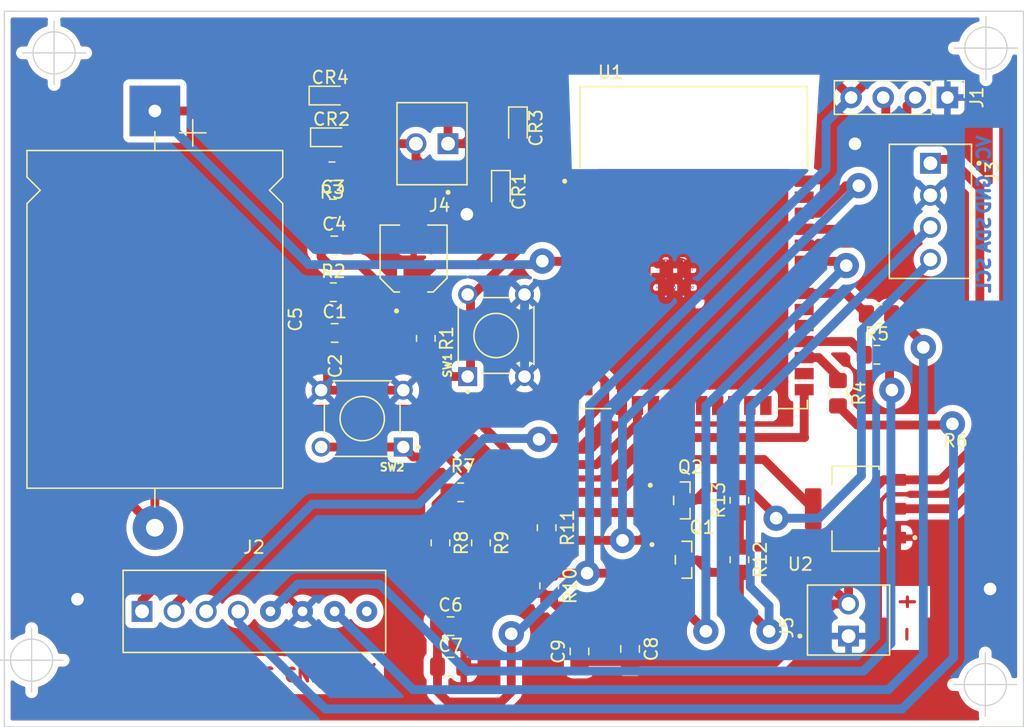
<source format=kicad_pcb>
(kicad_pcb (version 20211014) (generator pcbnew)
  (layers (0 "F.Cu" signal) (31 "B.Cu" signal) (34 "B.Paste" user) (35 "F.Paste" user) (36 "B.SilkS" user "B.Silkscreen") (37 "F.SilkS" user "F.Silkscreen") (38 "B.Mask" user) (39 "F.Mask" user) (44 "Edge.Cuts" user))
  (net 0 "")
  (net 1 "GND")
  (net 2 "Net-(C1-Pad2)")
  (net 3 "Net-(C5-Pad1)")
  (net 4 "Net-(C5-Pad2)")
  (net 5 "Net-(CR1-Pad1)")
  (net 6 "Net-(CR3-Pad1)")
  (net 7 "Net-(J1-Pad2)")
  (net 8 "Net-(J1-Pad3)")
  (net 9 "Net-(J2-Pad1)")
  (net 10 "Net-(J2-Pad2)")
  (net 11 "Net-(J2-Pad3)")
  (net 12 "Net-(J2-Pad4)")
  (net 13 "Net-(J2-Pad5)")
  (net 14 "Net-(J2-Pad7)")
  (net 16 "Net-(J3-Pad3)")
  (net 17 "Net-(J3-Pad4)")
  (net 18 "Net-(Q1-Pad2)")
  (net 40 "+3V3")
  (net 41 "Net-(R7-Pad2)")
  (net 42 "Net-(R4-Pad1)")
  (net 43 "Net-(R5-Pad1)")
  (net 44 "Net-(R6-Pad1)")
  (net 45 "Net-(Q2-Pad2)")
  (net 46 "+5V")
  (footprint "Diode_SMD:D_0603_1608Metric_Pad1.05x0.95mm_HandSolder" (layer "F.Cu") (at 159.6898 43.4086 -90)
    (fp_text reference "CR1")
    (fp_text value "1N4148W-TP")
  )
  (footprint "2N7002:SOT95P240X111-3N" (layer "F.Cu") (at 174.0094 67.8688)
    (fp_text reference "Q2")
    (fp_text value "2N7002")
  )
  (footprint "libraries:TE_1546215-4" (layer "F.Cu") (at 193.675 44.9834 -90)
    (fp_text reference "J3")
    (fp_text value "282837-4")
  )
  (footprint "Resistor_SMD:R_0805_2012Metric_Pad1.20x1.40mm_HandSolder" (layer "F.Cu") (at 154.909 71.2308 -90)
    (fp_text reference "R8")
    (fp_text value "10k")
  )
  (footprint "Resistor_SMD:R_0805_2012Metric_Pad1.20x1.40mm_HandSolder" (layer "F.Cu") (at 158.109 71.2308 -90)
    (fp_text reference "R9")
    (fp_text value "10k")
  )
  (footprint "libraries:SOT229P700X180-4N" (layer "F.Cu") (at 187.7476 68.5292 180)
    (fp_text reference "U2")
    (fp_text value "AMS1117")
  )
  (footprint "Resistor_SMD:R_0805_2012Metric_Pad1.20x1.40mm_HandSolder" (layer "F.Cu") (at 189.611 53.1114)
    (fp_text reference "R6")
    (fp_text value "82")
  )
  (footprint "Capacitor_SMD:C_0805_2012Metric_Pad1.18x1.45mm_HandSolder" (layer "F.Cu") (at 165.909 79.8308 90)
    (fp_text reference "C9")
    (fp_text value "4.7u")
  )
  (footprint "libraries:CAP_EEE0JA101WR" (layer "F.Cu") (at 152.781 48.7172 90)
    (fp_text reference "C2")
    (fp_text value "220u")
  )
  (footprint "Capacitor_THT:CP_Axial_L26.5mm_D20.0mm_P33.00mm_Horizontal" (layer "F.Cu") (at 132.3086 37.0332 -90)
    (fp_text reference "C5")
    (fp_text value "1000µ")
  )
  (footprint "libraries:TE_1546215-2" (layer "F.Cu") (at 154.2385 39.624 180)
    (fp_text reference "J4")
    (fp_text value "282841-2")
  )
  (footprint "Resistor_SMD:R_0805_2012Metric_Pad1.20x1.40mm_HandSolder" (layer "F.Cu") (at 178.562 72.5678 -90)
    (fp_text reference "R12")
    (fp_text value "10k")
  )
  (footprint "Diode_SMD:D_0603_1608Metric_Pad1.05x0.95mm_HandSolder" (layer "F.Cu") (at 146.177 35.814)
    (fp_text reference "CR4")
    (fp_text value "1N4148W-TP")
  )
  (footprint "Capacitor_SMD:C_0805_2012Metric_Pad1.18x1.45mm_HandSolder" (layer "F.Cu") (at 146.4056 44.7548)
    (fp_text reference "C3")
    (fp_text value "22u")
  )
  (footprint "libraries:TE_1546215-2" (layer "F.Cu") (at 187.198 77.343 90)
    (fp_text reference "J5")
    (fp_text value "282841-2")
  )
  (footprint "Capacitor_SMD:C_0805_2012Metric_Pad1.18x1.45mm_HandSolder" (layer "F.Cu") (at 146.5365 54.61)
    (fp_text reference "C1")
    (fp_text value "1u")
  )
  (footprint "Capacitor_SMD:C_0805_2012Metric_Pad1.18x1.45mm_HandSolder" (layer "F.Cu") (at 155.709 81.0308)
    (fp_text reference "C7")
    (fp_text value "4.7u")
  )
  (footprint "Resistor_SMD:R_0805_2012Metric_Pad1.20x1.40mm_HandSolder" (layer "F.Cu") (at 163.509 74.6308 -90)
    (fp_text reference "R10")
    (fp_text value "10k")
  )
  (footprint "Capacitor_SMD:C_0805_2012Metric_Pad1.18x1.45mm_HandSolder" (layer "F.Cu") (at 169.909 79.6308 -90)
    (fp_text reference "C8")
    (fp_text value "0.1u")
  )
  (footprint "Resistor_SMD:R_0805_2012Metric_Pad1.20x1.40mm_HandSolder" (layer "F.Cu") (at 153.7462 55.0418 -90)
    (fp_text reference "R1")
    (fp_text value "10k")
  )
  (footprint "Resistor_SMD:R_0805_2012Metric_Pad1.20x1.40mm_HandSolder" (layer "F.Cu") (at 156.509 67.2308)
    (fp_text reference "R7")
    (fp_text value "10k")
  )
  (footprint "2N7002:SOT95P240X111-3N" (layer "F.Cu") (at 174.1424 72.5678)
    (fp_text reference "Q1")
    (fp_text value "2N7002")
  )
  (footprint "Capacitor_SMD:C_0805_2012Metric_Pad1.18x1.45mm_HandSolder" (layer "F.Cu") (at 146.5072 47.6758)
    (fp_text reference "C4")
    (fp_text value "0.1u")
  )
  (footprint "Resistor_SMD:R_0805_2012Metric_Pad1.20x1.40mm_HandSolder" (layer "F.Cu") (at 189.4426 56.3372)
    (fp_text reference "R5")
    (fp_text value "82")
  )
  (footprint "Resistor_SMD:R_0805_2012Metric_Pad1.20x1.40mm_HandSolder" (layer "F.Cu") (at 146.32 41.8084 180)
    (fp_text reference "R3")
    (fp_text value "120")
  )
  (footprint "Diode_SMD:D_0603_1608Metric_Pad1.05x0.95mm_HandSolder" (layer "F.Cu") (at 161.036 38.3794 -90)
    (fp_text reference "CR3")
    (fp_text value "1N4148W-TP")
  )
  (footprint "libraries:SW_1825910-6-4" (layer "F.Cu") (at 148.717 61.3918 180)
    (fp_text reference "SW2")
    (fp_text value "BOOT")
  )
  (footprint "Resistor_SMD:R_0805_2012Metric_Pad1.20x1.40mm_HandSolder" (layer "F.Cu") (at 178.562 67.8594 90)
    (fp_text reference "R13")
    (fp_text value "10k")
  )
  (footprint "libraries:XCVR_ESP32-WROOM-32E_(16MB)" (layer "F.Cu") (at 174.9375 47.85125)
    (fp_text reference "U1")
    (fp_text value "ESP32-WROOM-32E_(16MB)")
  )
  (footprint "Resistor_SMD:R_0805_2012Metric_Pad1.20x1.40mm_HandSolder" (layer "F.Cu") (at 186.3598 59.3852 -90)
    (fp_text reference "R4")
    (fp_text value "82")
  )
  (footprint "Resistor_SMD:R_0805_2012Metric_Pad1.20x1.40mm_HandSolder" (layer "F.Cu") (at 146.431 51.3842)
    (fp_text reference "R2")
    (fp_text value "560")
  )
  (footprint "Diode_SMD:D_0603_1608Metric_Pad1.05x0.95mm_HandSolder" (layer "F.Cu") (at 146.29 39.116)
    (fp_text reference "CR2")
    (fp_text value "1N4148W-TP")
  )
  (footprint "Capacitor_SMD:C_0805_2012Metric_Pad1.18x1.45mm_HandSolder" (layer "F.Cu") (at 155.709 77.8308)
    (fp_text reference "C6")
    (fp_text value "0.1u")
  )
  (footprint "libraries:TE_1546215-8" (layer "F.Cu") (at 140.1572 76.6572)
    (fp_text reference "J2")
    (fp_text value "R pinnen RGB strips")
  )
  (footprint "Connector_PinHeader_2.54mm:PinHeader_1x04_P2.54mm_Vertical" (layer "F.Cu") (at 195.0212 35.9664 -90)
    (fp_text reference "J1")
    (fp_text value "Conn_01x04_Female")
  )
  (footprint "libraries:SW_1825910-6-4" (layer "F.Cu") (at 159.3088 54.8132 90)
    (fp_text reference "SW1")
    (fp_text value "ENABLE")
  )
  (footprint "Resistor_SMD:R_0805_2012Metric_Pad1.20x1.40mm_HandSolder" (layer "F.Cu") (at 163.309 70.0308 -90)
    (fp_text reference "R11")
    (fp_text value "10k")
  )
  (gr_rect (start 120.396 29.1338) (end 201.041 85.8012) (layer "Edge.Cuts") (width 0.1) (fill none))
  (gr_text "dynamo" (at 154.051 33.4518) (layer "F.Cu") (effects (font (size 1 1) (thickness 0.25))))
  (gr_text "GND\n" (at 144.0942 81.7118) (layer "F.Cu") (effects (font (size 1 1) (thickness 0.25))))
  (gr_text "B" (at 138.938 81.6864) (layer "F.Cu") (effects (font (size 1 1) (thickness 0.25))))
  (gr_text "Bicycle\n" (at 129.7178 82.7786) (layer "F.Cu") (effects (font (size 1.5 1.5) (thickness 0.3))))
  (gr_text "R" (at 146.8628 81.6102) (layer "F.Cu") (effects (font (size 1 1) (thickness 0.25))))
  (gr_text "+\n\n" (at 126.0602 37.9476 90) (layer "F.Cu") (effects (font (size 1.5 1.5) (thickness 0.3))))
  (gr_text "G" (at 141.3002 81.6864) (layer "F.Cu") (effects (font (size 1 1) (thickness 0.25))))
  (gr_text "-\n" (at 125.7554 69.215 90) (layer "F.Cu") (effects (font (size 1.5 1.5) (thickness 0.3))))
  (gr_text "X" (at 149.3266 81.407) (layer "F.Cu") (effects (font (size 1 1) (thickness 0.25)) (justify mirror)))
  (gr_text "-\n" (at 191.7446 78.4606 90) (layer "F.Cu") (effects (font (size 1 1) (thickness 0.25))))
  (gr_text "+" (at 191.7446 75.8952 90) (layer "F.Cu") (effects (font (size 1.5 1) (thickness 0.25))))
  (gr_text "GND" (at 197.909 43.6308 90) (layer "B.Cu") (effects (font (size 1 1) (thickness 0.25)) (justify mirror)))
  (gr_text "VCC" (at 197.909 40.4308 90) (layer "B.Cu") (effects (font (size 1 1) (thickness 0.25)) (justify mirror)))
  (gr_text "SCL\n" (at 197.909 50.0308 90) (layer "B.Cu") (effects (font (size 1 1) (thickness 0.25)) (justify mirror)))
  (gr_text "SDA" (at 197.909 46.8308 90) (layer "B.Cu") (effects (font (size 1 1) (thickness 0.25)) (justify mirror)))
  (target plus (at 198.0692 32.0548) (size 5) (width 0.1) (layer "Edge.Cuts"))
  (target plus (at 124.333 32.4358) (size 5) (width 0.1) (layer "Edge.Cuts"))
  (target plus (at 122.555 80.518) (size 5) (width 0.1) (layer "Edge.Cuts"))
  (target plus (at 198.0184 82.4484) (size 5) (width 0.1) (layer "Edge.Cuts"))
  (segment (start 173.480261 48.261739) (end 172.468463 48.261739) (width 0.7) (layer "F.Cu") (net 1))
  (segment (start 171.387989 51.280287) (end 171.387989 50.742213) (width 0.7) (layer "F.Cu") (net 1))
  (segment (start 172.847 52.451) (end 172.847 50.927) (width 0.7) (layer "F.Cu") (net 1))
  (segment (start 171.387989 50.742213) (end 171.186979 50.541203) (width 0.7) (layer "F.Cu") (net 1))
  (segment (start 174.8375 51.71125) (end 174.8375 52.000509) (width 0.7) (layer "F.Cu") (net 1))
  (segment (start 174.387009 52.451) (end 173.887991 52.451) (width 0.7) (layer "F.Cu") (net 1))
  (segment (start 171.387989 50.8) (end 171.387989 50.742213) (width 0.7) (layer "F.Cu") (net 1))
  (segment (start 172.0375 47.292702) (end 167.336048 42.59125) (width 0.7) (layer "F.Cu") (net 1))
  (segment (start 171.186979 50.541203) (end 171.186979 49.258952) (width 0.7) (layer "F.Cu") (net 1))
  (segment (start 174.787011 48.895) (end 174.787012 48.895) (width 0.7) (layer "F.Cu") (net 1))
  (segment (start 173.4375 48.692702) (end 173.4375 48.760729) (width 0.7) (layer "F.Cu") (net 1))
  (segment (start 174.371 50.8) (end 174.371 49.276) (width 0.7) (layer "F.Cu") (net 1))
  (segment (start 169.2225 60.35125) (end 169.2225 54.52625) (width 0.7) (layer "F.Cu") (net 1))
  (segment (start 175.537011 51.300998) (end 175.126759 51.71125) (width 0.7) (layer "F.Cu") (net 1))
  (segment (start 175.487011 49.880287) (end 175.056048 50.31125) (width 0.7) (layer "F.Cu") (net 1))
  (segment (start 171.186979 49.258952) (end 171.685202 48.760729) (width 0.7) (layer "F.Cu") (net 1))
  (segment (start 175.537011 50.721502) (end 175.537011 51.300998) (width 0.7) (layer "F.Cu") (net 1))
  (segment (start 172.974 52.324) (end 172.974 50.8) (width 0.7) (layer "F.Cu") (net 1))
  (segment (start 172.468463 48.261739) (end 172.0375 48.692702) (width 0.7) (layer "F.Cu") (net 1))
  (segment (start 172.0375 48.692702) (end 172.0375 47.292702) (width 0.7) (layer "F.Cu") (net 1))
  (segment (start 172.0375 52.2765) (end 172.0375 51.71125) (width 0.7) (layer "F.Cu") (net 1))
  (segment (start 174.371 52.197) (end 174.371 50.673) (width 0.7) (layer "F.Cu") (net 1))
  (segment (start 174.8375 48.91125) (end 174.8375 48.692702) (width 0.7) (layer "F.Cu") (net 1))
  (segment (start 173.482 49.149) (end 175.006 49.149) (width 0.7) (layer "F.Cu") (net 1))
  (segment (start 171.676817 50.453385) (end 171.387989 50.8) (width 0.7) (layer "F.Cu") (net 1))
  (segment (start 171.818952 51.71125) (end 171.387989 51.280287) (width 0.7) (layer "F.Cu") (net 1))
  (segment (start 172.0375 51.71125) (end 171.818952 51.71125) (width 0.7) (layer "F.Cu") (net 1))
  (segment (start 169.8715 78.6308) (end 166.0715 78.6308) (width 0.7) (layer "F.Cu") (net 1))
  (segment (start 169.2225 54.52625) (end 172.0375 51.71125) (width 0.7) (layer "F.Cu") (net 1))
  (segment (start 172.085 49.149) (end 173.609 49.149) (width 0.7) (layer "F.Cu") (net 1))
  (segment (start 145.975 55.086) (end 145.499 54.61) (width 0.7) (layer "F.Cu") (net 1))
  (segment (start 172.171761 52.410761) (end 172.0375 52.2765) (width 0.7) (layer "F.Cu") (net 1))
  (segment (start 175.341006 48.341006) (end 181.090761 42.59125) (width 0.7) (layer "F.Cu") (net 1))
  (segment (start 174.787012 48.895) (end 175.341006 48.341006) (width 0.7) (layer "F.Cu") (net 1))
  (segment (start 145.467 59.1418) (end 151.967 59.1418) (width 0.7) (layer "F.Cu") (net 1))
  (segment (start 145.467 59.1418) (end 145.975 58.6338) (width 0.7) (layer "F.Cu") (net 1))
  (segment (start 166.0715 78.6308) (end 165.909 78.7933) (width 0.7) (layer "F.Cu") (net 1))
  (segment (start 174.406537 48.261739) (end 173.480261 48.261739) (width 0.7) (layer "F.Cu") (net 1))
  (segment (start 172.466 52.324) (end 172.466 50.8) (width 0.7) (layer "F.Cu") (net 1))
  (segment (start 175.126759 50.31125) (end 175.537011 50.721502) (width 0.7) (layer "F.Cu") (net 1))
  (segment (start 145.975 58.6338) (end 145.975 55.086) (width 0.7) (layer "F.Cu") (net 1))
  (segment (start 175.126759 51.71125) (end 174.8375 51.71125) (width 0.7) (layer "F.Cu") (net 1))
  (segment (start 173.101 50.8) (end 173.101 52.324) (width 0.7) (layer "F.Cu") (net 1))
  (segment (start 174.8375 48.692702) (end 174.406537 48.261739) (width 0.7) (layer "F.Cu") (net 1))
  (segment (start 173.243399 48.498601) (end 173.4375 48.692702) (width 0.7) (layer "F.Cu") (net 1))
  (segment (start 147.32 47.0795) (end 147.5447 47.3042) (width 0.7) (layer "F.Cu") (net 1))
  (segment (start 173.027248 52.410761) (end 172.171761 52.410761) (width 0.7) (layer "F.Cu") (net 1))
  (segment (start 173.99 52.197) (end 173.99 50.673) (width 0.7) (layer "F.Cu") (net 1))
  (segment (start 173.4375 52.000509) (end 173.027248 52.410761) (width 0.7) (layer "F.Cu") (net 1))
  (segment (start 175.341006 48.341006) (end 175.487011 48.487011) (width 0.7) (layer "F.Cu") (net 1))
  (segment (start 173.480261 48.261739) (end 173.243399 48.498601) (width 0.7) (layer "F.Cu") (net 1))
  (segment (start 175.056048 50.31125) (end 174.8375 50.31125) (width 0.7) (layer "F.Cu") (net 1))
  (segment (start 169.909 78.5933) (end 169.8715 78.6308) (width 0.7) (layer "F.Cu") (net 1))
  (segment (start 173.99 50.546) (end 173.99 49.022) (width 0.7) (layer "F.Cu") (net 1))
  (segment (start 173.887991 52.451) (end 173.4375 52.000509) (width 0.7) (layer "F.Cu") (net 1))
  (segment (start 172.974 50.927) (end 172.974 49.403) (width 0.7) (layer "F.Cu") (net 1))
  (segment (start 174.8375 50.31125) (end 175.126759 50.31125) (width 0.7) (layer "F.Cu") (net 1))
  (segment (start 174.8375 52.000509) (end 174.387009 52.451) (width 0.7) (layer "F.Cu") (net 1))
  (segment (start 171.387989 50.742213) (end 171.676817 50.453385) (width 0.7) (layer "F.Cu") (net 1))
  (segment (start 173.4375 51.71125) (end 173.4375 52.000509) (width 0.7) (layer "F.Cu") (net 1))
  (segment (start 147.5447 47.3042) (end 147.5447 47.6758) (width 0.7) (layer "F.Cu") (net 1))
  (segment (start 181.090761 42.59125) (end 183.6875 42.59125) (width 0.7) (layer "F.Cu") (net 1))
  (segment (start 175.487011 48.487011) (end 175.487011 49.880287) (width 0.7) (layer "F.Cu") (net 1))
  (segment (start 167.336048 42.59125) (end 166.1875 42.59125) (width 0.7) (layer "F.Cu") (net 1))
  (segment (start 172.593 50.927) (end 172.593 49.403) (width 0.7) (layer "F.Cu") (net 1))
  (via (at 198.3994 74.8792) (size 2) (drill 1) (layers "F.Cu" "B.Cu") (net 1))
  (via (at 156.9974 45.212) (size 2) (drill 1) (layers "F.Cu" "B.Cu") (net 1))
  (via (at 187.709 39.6308) (size 2) (drill 1) (layers "F.Cu" "B.Cu") (net 1))
  (via (at 126.1872 75.692) (size 2) (drill 1) (layers "F.Cu" "B.Cu") (net 1))
  (segment (start 161.5588 51.5632) (end 161.5588 58.0632) (width 0.7) (layer "B.Cu") (net 1))
  (segment (start 157.5042 51.5632) (end 163.93615 45.13125) (width 0.7) (layer "F.Cu") (net 2))
  (segment (start 148.6756 55.7116) (end 147.574 54.61) (width 0.7) (layer "F.Cu") (net 2))
  (segment (start 157.0588 58.0632) (end 157.2874 57.8346) (width 0.7) (layer "F.Cu") (net 2))
  (segment (start 163.93615 45.13125) (end 166.1875 45.13125) (width 0.7) (layer "F.Cu") (net 2))
  (segment (start 155.7676 58.0632) (end 153.7462 56.0418) (width 0.7) (layer "F.Cu") (net 2))
  (segment (start 157.2874 51.7918) (end 157.0588 51.5632) (width 0.7) (layer "F.Cu") (net 2))
  (segment (start 166.1875 45.13125) (end 165.058478 45.13125) (width 0.7) (layer "F.Cu") (net 2))
  (segment (start 157.0588 58.0632) (end 155.7676 58.0632) (width 0.7) (layer "F.Cu") (net 2))
  (segment (start 157.2874 57.8346) (end 157.2874 51.7918) (width 0.7) (layer "F.Cu") (net 2))
  (segment (start 157.0588 51.5632) (end 157.5042 51.5632) (width 0.7) (layer "F.Cu") (net 2))
  (segment (start 153.7462 56.0418) (end 153.416 55.7116) (width 0.7) (layer "F.Cu") (net 2))
  (segment (start 153.416 55.7116) (end 148.6756 55.7116) (width 0.7) (layer "F.Cu") (net 2))
  (segment (start 147.701 54.737) (end 147.574 54.61) (width 0.7) (layer "F.Cu") (net 2))
  (segment (start 162.98725 48.94125) (end 166.1875 48.94125) (width 0.7) (layer "F.Cu") (net 3))
  (segment (start 145.302 41.7904) (end 145.32 41.8084) (width 0.7) (layer "F.Cu") (net 3))
  (segment (start 145.302 35.814) (end 145.302 41.7904) (width 0.7) (layer "F.Cu") (net 3))
  (segment (start 145.2184 41.8084) (end 140.4432 37.0332) (width 0.7) (layer "F.Cu") (net 3))
  (segment (start 140.4432 37.0332) (end 132.3086 37.0332) (width 0.7) (layer "F.Cu") (net 3))
  (segment (start 162.9664 48.9204) (end 162.98725 48.94125) (width 0.7) (layer "F.Cu") (net 3))
  (segment (start 145.32 41.8084) (end 145.2184 41.8084) (width 0.7) (layer "F.Cu") (net 3))
  (via (at 162.9664 48.9204) (size 2) (drill 1) (layers "F.Cu" "B.Cu") (net 3))
  (segment (start 162.9664 48.9204) (end 162.687 49.1998) (width 0.7) (layer "B.Cu") (net 3))
  (segment (start 144.4752 49.1998) (end 132.3086 37.0332) (width 0.7) (layer "B.Cu") (net 3))
  (segment (start 162.687 49.1998) (end 144.4752 49.1998) (width 0.7) (layer "B.Cu") (net 3))
  (segment (start 161.036 39.2544) (end 161.7472 39.9656) (width 0.7) (layer "F.Cu") (net 4))
  (segment (start 160.51553 31.6738) (end 160.775765 31.934035) (width 0.7) (layer "F.Cu") (net 4))
  (segment (start 128.143 65.8676) (end 132.3086 70.0332) (width 0.7) (layer "F.Cu") (net 4))
  (segment (start 160.775765 31.934035) (end 160.54093 31.6992) (width 0.7) (layer "F.Cu") (net 4))
  (segment (start 160.775765 31.934035) (end 162.78608 33.94435) (width 0.7) (layer "F.Cu") (net 4))
  (segment (start 161.7472 39.9656) (end 161.7472 43.0784) (width 0.7) (layer "F.Cu") (net 4))
  (segment (start 132.3086 70.0332) (end 132.3086 64.5066) (width 0.7) (layer "F.Cu") (net 4))
  (segment (start 162.78608 33.94435) (end 162.78608 38.81372) (width 0.7) (layer "F.Cu") (net 4))
  (segment (start 162.78608 38.81372) (end 162.3454 39.2544) (width 0.7) (layer "F.Cu") (net 4))
  (segment (start 131.445 31.6992) (end 128.143 35.0012) (width 0.7) (layer "F.Cu") (net 4))
  (segment (start 161.7472 43.0784) (end 160.542 44.2836) (width 0.7) (layer "F.Cu") (net 4))
  (segment (start 160.54093 31.6992) (end 131.445 31.6992) (width 0.7) (layer "F.Cu") (net 4))
  (segment (start 132.3086 64.5066) (end 145.431 51.3842) (width 0.7) (layer "F.Cu") (net 4))
  (segment (start 162.3454 39.2544) (end 161.036 39.2544) (width 0.7) (layer "F.Cu") (net 4))
  (segment (start 128.143 35.0012) (end 128.143 65.8676) (width 0.7) (layer "F.Cu") (net 4))
  (segment (start 160.542 44.2836) (end 159.6898 44.2836) (width 0.7) (layer "F.Cu") (net 4))
  (segment (start 152.9685 40.790726) (end 152.9685 39.624) (width 0.7) (layer "F.Cu") (net 5))
  (segment (start 159.6898 42.5336) (end 154.711374 42.5336) (width 0.7) (layer "F.Cu") (net 5))
  (segment (start 159.6898 42.5336) (end 159.653 42.5704) (width 0.7) (layer "F.Cu") (net 5))
  (segment (start 147.673 39.624) (end 147.165 39.116) (width 0.7) (layer "F.Cu") (net 5))
  (segment (start 154.711374 42.5336) (end 152.9685 40.790726) (width 0.7) (layer "F.Cu") (net 5))
  (segment (start 152.9685 39.624) (end 147.673 39.624) (width 0.7) (layer "F.Cu") (net 5))
  (segment (start 154.0922 35.814) (end 155.5085 37.2303) (width 0.7) (layer "F.Cu") (net 6))
  (segment (start 156.7785 39.624) (end 158.8981 37.5044) (width 0.7) (layer "F.Cu") (net 6))
  (segment (start 147.052 35.814) (end 154.0922 35.814) (width 0.7) (layer "F.Cu") (net 6))
  (segment (start 158.8981 37.5044) (end 161.036 37.5044) (width 0.7) (layer "F.Cu") (net 6))
  (segment (start 155.5085 37.2303) (end 155.5085 39.624) (width 0.7) (layer "F.Cu") (net 6))
  (segment (start 155.5085 39.624) (end 156.7785 39.624) (width 0.7) (layer "F.Cu") (net 6))
  (segment (start 191.8208 45.0596) (end 189.357 47.5234) (width 0.7) (layer "F.Cu") (net 7))
  (segment (start 191.8208 36.6268) (end 191.8208 45.0596) (width 0.7) (layer "F.Cu") (net 7))
  (segment (start 190.3476 46.5328) (end 189.357 47.5234) (width 0.7) (layer "F.Cu") (net 7))
  (segment (start 189.33437 47.50077) (end 184.847341 47.50077) (width 0.7) (layer "F.Cu") (net 7))
  (segment (start 184.676861 47.67125) (end 183.6875 47.67125) (width 0.7) (layer "F.Cu") (net 7))
  (segment (start 189.357 47.5234) (end 189.33437 47.50077) (width 0.7) (layer "F.Cu") (net 7))
  (segment (start 192.4812 35.9664) (end 191.8208 36.6268) (width 0.7) (layer "F.Cu") (net 7))
  (segment (start 184.847341 47.50077) (end 184.676861 47.67125) (width 0.7) (layer "F.Cu") (net 7))
  (segment (start 189.9412 35.9664) (end 190.1444 36.1696) (width 0.7) (layer "F.Cu") (net 8))
  (segment (start 190.1444 44.1452) (end 187.88835 46.40125) (width 0.7) (layer "F.Cu") (net 8))
  (segment (start 190.1444 36.1696) (end 190.1444 44.1452) (width 0.7) (layer "F.Cu") (net 8))
  (segment (start 187.88835 46.40125) (end 183.6875 46.40125) (width 0.7) (layer "F.Cu") (net 8))
  (segment (start 131.2952 75.791) (end 131.2952 76.6572) (width 0.7) (layer "F.Cu") (net 9))
  (segment (start 143.89832 60.64788) (end 141.7066 62.8396) (width 0.7) (layer "F.Cu") (net 9))
  (segment (start 141.7066 62.8396) (end 141.7066 65.3796) (width 0.7) (layer "F.Cu") (net 9))
  (segment (start 164.58275 60.706) (end 162.946556 60.706) (width 0.7) (layer "F.Cu") (net 9))
  (segment (start 141.7066 65.3796) (end 131.2952 75.791) (width 0.7) (layer "F.Cu") (net 9))
  (segment (start 166.1875 59.10125) (end 164.58275 60.706) (width 0.7) (layer "F.Cu") (net 9))
  (segment (start 162.946556 60.706) (end 162.888436 60.64788) (width 0.7) (layer "F.Cu") (net 9))
  (segment (start 162.888436 60.64788) (end 143.89832 60.64788) (width 0.7) (layer "F.Cu") (net 9))
  (segment (start 170.4925 61.80125) (end 167.26295 65.0308) (width 0.7) (layer "F.Cu") (net 10))
  (segment (start 144.7038 61.7474) (end 143.002 63.4492) (width 0.7) (layer "F.Cu") (net 10))
  (segment (start 161.234817 65.0308) (end 159.959489 63.755472) (width 0.7) (layer "F.Cu") (net 10))
  (segment (start 133.8352 76.172) (end 133.8352 76.6572) (width 0.7) (layer "F.Cu") (net 10))
  (segment (start 143.002 67.0052) (end 133.8352 76.172) (width 0.7) (layer "F.Cu") (net 10))
  (segment (start 159.959489 63.681289) (end 158.0256 61.7474) (width 0.7) (layer "F.Cu") (net 10))
  (segment (start 159.959489 63.755472) (end 159.959489 63.681289) (width 0.7) (layer "F.Cu") (net 10))
  (segment (start 167.26295 65.0308) (end 161.234817 65.0308) (width 0.7) (layer "F.Cu") (net 10))
  (segment (start 170.4925 60.35125) (end 170.4925 61.80125) (width 0.7) (layer "F.Cu") (net 10))
  (segment (start 158.0256 61.7474) (end 144.7038 61.7474) (width 0.7) (layer "F.Cu") (net 10))
  (segment (start 143.002 63.4492) (end 143.002 67.0052) (width 0.7) (layer "F.Cu") (net 10))
  (segment (start 162.709 63.0308) (end 162.7732 62.9666) (width 0.7) (layer "F.Cu") (net 11))
  (segment (start 162.7732 62.9666) (end 164.973 62.9666) (width 0.7) (layer "F.Cu") (net 11))
  (segment (start 167.3375 57.83125) (end 166.1875 57.83125) (width 0.7) (layer "F.Cu") (net 11))
  (segment (start 164.973 62.9666) (end 167.909 60.0306) (width 0.7) (layer "F.Cu") (net 11))
  (segment (start 167.909 58.40275) (end 167.3375 57.83125) (width 0.7) (layer "F.Cu") (net 11))
  (segment (start 167.909 60.0306) (end 167.909 58.40275) (width 0.7) (layer "F.Cu") (net 11))
  (via (at 162.709 63.0308) (size 2) (drill 1) (layers "F.Cu" "B.Cu") (net 11))
  (segment (start 136.3752 76.54624) (end 136.3752 76.6572) (width 0.7) (layer "B.Cu") (net 11))
  (segment (start 153.1662 68.1736) (end 144.74784 68.1736) (width 0.7) (layer "B.Cu") (net 11))
  (segment (start 144.74784 68.1736) (end 136.3752 76.54624) (width 0.7) (layer "B.Cu") (net 11))
  (segment (start 162.709 63.0308) (end 162.6448 62.9666) (width 0.7) (layer "B.Cu") (net 11))
  (segment (start 162.6448 62.9666) (end 158.3732 62.9666) (width 0.7) (layer "B.Cu") (net 11))
  (segment (start 158.3732 62.9666) (end 153.1662 68.1736) (width 0.7) (layer "B.Cu") (net 11))
  (segment (start 195.326 61.8998) (end 195.4149 61.8109) (width 0.7) (layer "F.Cu") (net 12))
  (segment (start 192.8622 61.8998) (end 193.4718 61.8998) (width 0.7) (layer "F.Cu") (net 12))
  (segment (start 187.8744 61.8998) (end 192.8622 61.8998) (width 0.7) (layer "F.Cu") (net 12))
  (segment (start 186.3598 60.3852) (end 187.8744 61.8998) (width 0.7) (layer "F.Cu") (net 12))
  (segment (start 192.8622 61.8998) (end 195.326 61.8998) (width 0.7) (layer "F.Cu") (net 12))
  (via (at 195.4149 61.8109) (size 2) (drill 1) (layers "F.Cu" "B.Cu") (net 12))
  (segment (start 145.1597 83.7933) (end 138.9152 77.5488) (width 0.7) (layer "B.Cu") (net 12))
  (segment (start 195.4149 61.8109) (end 195.5038 61.8998) (width 0.7) (layer "B.Cu") (net 12))
  (segment (start 145.2131 83.7933) (end 145.1597 83.7933) (width 0.7) (layer "B.Cu") (net 12))
  (segment (start 195.5038 80.3148) (end 191.4398 84.3788) (width 0.7) (layer "B.Cu") (net 12))
  (segment (start 195.5038 61.8998) (end 195.5038 80.3148) (width 0.7) (layer "B.Cu") (net 12))
  (segment (start 145.7986 84.3788) (end 145.2131 83.7933) (width 0.7) (layer "B.Cu") (net 12))
  (segment (start 138.9152 77.5488) (end 138.9152 76.6572) (width 0.7) (layer "B.Cu") (net 12))
  (segment (start 145.2131 83.7933) (end 144.8842 83.4644) (width 0.7) (layer "B.Cu") (net 12))
  (segment (start 195.3514 61.7474) (end 195.4149 61.8109) (width 0.7) (layer "B.Cu") (net 12))
  (segment (start 191.4398 84.3788) (end 145.7986 84.3788) (width 0.7) (layer "B.Cu") (net 12))
  (segment (start 190.4426 58.9468) (end 190.4426 56.3372) (width 0.7) (layer "F.Cu") (net 13))
  (segment (start 190.627 59.1312) (end 190.4426 58.9468) (width 0.7) (layer "F.Cu") (net 13))
  (via (at 190.627 59.1312) (size 2) (drill 1) (layers "F.Cu" "B.Cu") (net 13))
  (segment (start 156.972 81.3816) (end 150.0886 74.4982) (width 0.7) (layer "B.Cu") (net 13))
  (segment (start 190.5508 79.1972) (end 188.3664 81.3816) (width 0.7) (layer "B.Cu") (net 13))
  (segment (start 190.627 59.1312) (end 190.5508 59.2074) (width 0.7) (layer "B.Cu") (net 13))
  (segment (start 143.6142 74.4982) (end 141.4552 76.6572) (width 0.7) (layer "B.Cu") (net 13))
  (segment (start 190.5508 59.2074) (end 190.5508 79.1972) (width 0.7) (layer "B.Cu") (net 13))
  (segment (start 188.3664 81.3816) (end 156.972 81.3816) (width 0.7) (layer "B.Cu") (net 13))
  (segment (start 150.0886 74.4982) (end 143.6142 74.4982) (width 0.7) (layer "B.Cu") (net 13))
  (segment (start 193.1162 55.4228) (end 190.8048 53.1114) (width 0.7) (layer "F.Cu") (net 14))
  (segment (start 193.1162 55.753) (end 193.1162 55.4228) (width 0.7) (layer "F.Cu") (net 14))
  (segment (start 190.8048 53.1114) (end 190.611 53.1114) (width 0.7) (layer "F.Cu") (net 14))
  (via (at 193.1162 55.753) (size 2) (drill 1) (layers "F.Cu" "B.Cu") (net 14))
  (segment (start 152.7328 82.8548) (end 146.5352 76.6572) (width 0.7) (layer "B.Cu") (net 14))
  (segment (start 193.1162 80.0862) (end 190.3476 82.8548) (width 0.7) (layer "B.Cu") (net 14))
  (segment (start 190.3476 82.8548) (end 152.7328 82.8548) (width 0.7) (layer "B.Cu") (net 14))
  (segment (start 193.1162 55.753) (end 193.1162 80.0862) (width 0.7) (layer "B.Cu") (net 14))
  (segment (start 178.562 73.5678) (end 178.562 75.8838) (width 0.7) (layer "F.Cu") (net 16))
  (segment (start 178.562 73.5678) (end 176.2024 73.5678) (width 0.7) (layer "F.Cu") (net 16))
  (segment (start 178.562 75.8838) (end 180.909 78.2308) (width 0.7) (layer "F.Cu") (net 16))
  (segment (start 176.2024 73.5678) (end 175.2024 72.5678) (width 0.7) (layer "F.Cu") (net 16))
  (via (at 180.909 78.2308) (size 2) (drill 1) (layers "F.Cu" "B.Cu") (net 16))
  (segment (start 180.909 76.207222) (end 180.909 78.2308) (width 0.7) (layer "B.Cu") (net 16))
  (segment (start 179.420789 74.719011) (end 180.909 76.207222) (width 0.7) (layer "B.Cu") (net 16))
  (segment (start 193.675 46.2534) (end 193.6496 46.2534) (width 0.7) (layer "B.Cu") (net 16))
  (segment (start 180.4924 59.4106) (end 179.420789 60.482211) (width 0.7) (layer "B.Cu") (net 16))
  (segment (start 179.420789 60.482211) (end 179.420789 74.719011) (width 0.7) (layer "B.Cu") (net 16))
  (segment (start 193.6496 46.2534) (end 180.4924 59.4106) (width 0.7) (layer "B.Cu") (net 16))
  (segment (start 179.199798 66.8594) (end 178.562 66.8594) (width 0.7) (layer "F.Cu") (net 17))
  (segment (start 178.562 66.8594) (end 176.0788 66.8594) (width 0.7) (layer "F.Cu") (net 17))
  (segment (start 181.4703 69.2785) (end 181.483 69.2912) (width 0.7) (layer "F.Cu") (net 17))
  (segment (start 181.4703 69.2785) (end 181.4703 69.129902) (width 0.7) (layer "F.Cu") (net 17))
  (segment (start 176.0788 66.8594) (end 175.0694 67.8688) (width 0.7) (layer "F.Cu") (net 17))
  (segment (start 181.4703 69.129902) (end 179.199798 66.8594) (width 0.7) (layer "F.Cu") (net 17))
  (via (at 181.4703 69.2785) (size 2) (drill 1) (layers "F.Cu" "B.Cu") (net 17))
  (segment (start 188.214 54.4068) (end 188.214 65.9258) (width 0.7) (layer "B.Cu") (net 17))
  (segment (start 188.214 65.9258) (end 184.8613 69.2785) (width 0.7) (layer "B.Cu") (net 17))
  (segment (start 184.8613 69.2785) (end 181.4703 69.2785) (width 0.7) (layer "B.Cu") (net 17))
  (segment (start 193.675 48.7934) (end 193.675 48.9458) (width 0.7) (layer "B.Cu") (net 17))
  (segment (start 193.675 48.9458) (end 188.214 54.4068) (width 0.7) (layer "B.Cu") (net 17))
  (segment (start 173.0824 73.5178) (end 173.0824 75.4042) (width 0.7) (layer "F.Cu") (net 18))
  (segment (start 170.3694 76.2308) (end 173.0824 73.5178) (width 0.7) (layer "F.Cu") (net 18))
  (segment (start 163.509 75.6308) (end 164.109 76.2308) (width 0.7) (layer "F.Cu") (net 18))
  (segment (start 173.0824 75.4042) (end 175.909 78.2308) (width 0.7) (layer "F.Cu") (net 18))
  (segment (start 154.909 72.6308) (end 154.909 72.2308) (width 0.7) (layer "F.Cu") (net 18))
  (segment (start 163.509 75.6308) (end 163.109 75.2308) (width 0.7) (layer "F.Cu") (net 18))
  (segment (start 183.6875 48.94125) (end 186.68545 48.94125) (width 0.7) (layer "F.Cu") (net 18))
  (segment (start 163.109 75.2308) (end 157.509 75.2308) (width 0.7) (layer "F.Cu") (net 18))
  (segment (start 164.109 76.2308) (end 170.3694 76.2308) (width 0.7) (layer "F.Cu") (net 18))
  (segment (start 186.68545 48.94125) (end 187.0202 49.276) (width 0.7) (layer "F.Cu") (net 18))
  (segment (start 157.509 75.2308) (end 154.909 72.6308) (width 0.7) (layer "F.Cu") (net 18))
  (via (at 175.909 78.2308) (size 2) (drill 1) (layers "F.Cu" "B.Cu") (net 18))
  (via (at 187.0202 49.276) (size 2) (drill 1) (layers "F.Cu" "B.Cu") (net 18))
  (segment (start 175.909 60.3872) (end 175.909 78.2308) (width 0.7) (layer "B.Cu") (net 18))
  (segment (start 187.0202 49.276) (end 175.909 60.3872) (width 0.7) (layer "B.Cu") (net 18))
  (segment (start 170.754044 68.8308) (end 172.666044 66.9188) (width 0.7) (layer "F.Cu") (net 40))
  (segment (start 164.1856 34.3408) (end 164.1856 43.288372) (width 0.7) (layer "F.Cu") (net 40))
  (segment (start 189.8396 33.528) (end 195.834 33.528) (width 0.7) (layer "F.Cu") (net 40))
  (segment (start 172.9494 66.5904) (end 172.9494 66.9188) (width 0.7) (layer "F.Cu") (net 40))
  (segment (start 163.309 69.0308) (end 159.309 69.0308) (width 0.7) (layer "F.Cu") (net 40))
  (segment (start 163.22495 43.86125) (end 157.8864 49.1998) (width 0.7) (layer "F.Cu") (net 40))
  (segment (start 145.4095 44.7962) (end 145.4095 47.6156) (width 0.7) (layer "F.Cu") (net 40))
  (segment (start 153.7462 54.0418) (end 153.4762 53.7718) (width 0.7) (layer "F.Cu") (net 40))
  (segment (start 163.509 68.8308) (end 170.754044 68.8308) (width 0.7) (layer "F.Cu") (net 40))
  (segment (start 148.5646 49.2506) (end 150.359 51.045) (width 0.7) (layer "F.Cu") (net 40))
  (segment (start 197.855011 35.549011) (end 197.931211 35.549011) (width 0.7) (layer "F.Cu") (net 40))
  (segment (start 159.309 69.0308) (end 158.109 70.2308) (width 0.7) (layer "F.Cu") (net 40))
  (segment (start 154.559 69.8808) (end 154.909 70.2308) (width 0.7) (layer "F.Cu") (net 40))
  (segment (start 159.709 83.8308) (end 155.509 83.8308) (width 0.7) (layer "F.Cu") (net 40))
  (segment (start 145.4697 48.5941) (end 146.1262 49.2506) (width 0.7) (layer "F.Cu") (net 40))
  (segment (start 195.834 33.528) (end 197.855011 35.549011) (width 0.7) (layer "F.Cu") (net 40))
  (segment (start 160.509 78.4308) (end 160.509 83.0308) (width 0.7) (layer "F.Cu") (net 40))
  (segment (start 145.4697 47.6758) (end 145.4697 48.5941) (width 0.7) (layer "F.Cu") (net 40))
  (segment (start 199.4662 37.084) (end 199.4662 37.4142) (width 0.7) (layer "F.Cu") (net 40))
  (segment (start 166.1875 43.86125) (end 163.22495 43.86125) (width 0.7) (layer "F.Cu") (net 40))
  (segment (start 154.4484 49.1998) (end 152.781 50.8672) (width 0.7) (layer "F.Cu") (net 40))
  (segment (start 171.996183 71.6178) (end 173.0824 71.6178) (width 0.7) (layer "F.Cu") (net 40))
  (segment (start 199.4662 37.4142) (end 199.4662 64.5922) (width 0.7) (layer "F.Cu") (net 40))
  (segment (start 152.146 74.0678) (end 154.6715 76.5933) (width 0.7) (layer "F.Cu") (net 40))
  (segment (start 152.6032 51.045) (end 152.781 50.8672) (width 0.7) (layer "F.Cu") (net 40))
  (segment (start 145.3681 44.7548) (end 145.4095 44.7962) (width 0.7) (layer "F.Cu") (net 40))
  (segment (start 199.4662 64.5922) (end 195.5292 68.5292) (width 0.7) (layer "F.Cu") (net 40))
  (segment (start 184.4026 68.5292) (end 180.5042 64.6308) (width 0.7) (layer "F.Cu") (net 40))
  (segment (start 155.509 67.2308) (end 154.559 68.1808) (width 0.7) (layer "F.Cu") (net 40))
  (segment (start 163.309 69.0308) (end 163.509 68.8308) (width 0.7) (layer "F.Cu") (net 40))
  (segment (start 166.509 73.6308) (end 169.983183 73.6308) (width 0.7) (layer "F.Cu") (net 40))
  (segment (start 187.4012 35.9664) (end 188.850711 34.516889) (width 0.7) (layer "F.Cu") (net 40))
  (segment (start 152.781 53.0766) (end 153.7462 54.0418) (width 0.7) (layer "F.Cu") (net 40))
  (segment (start 184.3786 32.9438) (end 187.4012 35.9664) (width 0.7) (layer "F.Cu") (net 40))
  (segment (start 172.666044 66.9188) (end 172.9494 66.9188) (width 0.7) (layer "F.Cu") (net 40))
  (segment (start 165.5826 32.9438) (end 164.1856 34.3408) (width 0.7) (layer "F.Cu") (net 40))
  (segment (start 152.324 70.2308) (end 152.146 70.4088) (width 0.7) (layer "F.Cu") (net 40))
  (segment (start 164.1856 43.288372) (end 164.758478 43.86125) (width 0.7) (layer "F.Cu") (net 40))
  (segment (start 180.5042 64.6308) (end 174.909 64.6308) (width 0.7) (layer "F.Cu") (net 40))
  (segment (start 146.1262 49.2506) (end 148.5646 49.2506) (width 0.7) (layer "F.Cu") (net 40))
  (segment (start 157.8864 49.1998) (end 154.4484 49.1998) (width 0.7) (layer "F.Cu") (net 40))
  (segment (start 169.983183 73.6308) (end 171.996183 71.6178) (width 0.7) (layer "F.Cu") (net 40))
  (segment (start 154.6715 82.9933) (end 154.6715 81.0308) (width 0.7) (layer "F.Cu") (net 40))
  (segment (start 154.909 70.2308) (end 152.324 70.2308) (width 0.7) (layer "F.Cu") (net 40))
  (segment (start 155.509 83.8308) (end 154.6715 82.9933) (width 0.7) (layer "F.Cu") (net 40))
  (segment (start 163.509 73.6308) (end 166.509 73.6308) (width 0.7) (layer "F.Cu") (net 40))
  (segment (start 154.6715 76.5933) (end 154.6715 77.8308) (width 0.7) (layer "F.Cu") (net 40))
  (segment (start 160.509 83.0308) (end 159.709 83.8308) (width 0.7) (layer "F.Cu") (net 40))
  (segment (start 150.359 51.045) (end 152.6032 51.045) (width 0.7) (layer "F.Cu") (net 40))
  (segment (start 145.4095 47.6156) (end 145.4697 47.6758) (width 0.7) (layer "F.Cu") (net 40))
  (segment (start 165.5826 32.9438) (end 184.3786 32.9438) (width 0.7) (layer "F.Cu") (net 40))
  (segment (start 152.146 70.4088) (end 152.146 74.0678) (width 0.7) (layer "F.Cu") (net 40))
  (segment (start 197.931211 35.549011) (end 199.4662 37.084) (width 0.7) (layer "F.Cu") (net 40))
  (segment (start 174.909 64.6308) (end 172.9494 66.5904) (width 0.7) (layer "F.Cu") (net 40))
  (segment (start 188.850711 34.516889) (end 189.8396 33.528) (width 0.7) (layer "F.Cu") (net 40))
  (segment (start 195.5292 68.5292) (end 191.0926 68.5292) (width 0.7) (layer "F.Cu") (net 40))
  (segment (start 164.758478 43.86125) (end 166.1875 43.86125) (width 0.7) (layer "F.Cu") (net 40))
  (segment (start 188.850711 34.516889) (end 189.000711 34.366889) (width 0.7) (layer "F.Cu") (net 40))
  (segment (start 154.559 68.1808) (end 154.559 69.8808) (width 0.7) (layer "F.Cu") (net 40))
  (segment (start 154.6715 77.8308) (end 154.6715 81.0308) (width 0.7) (layer "F.Cu") (net 40))
  (segment (start 152.781 50.8672) (end 152.781 53.0766) (width 0.7) (layer "F.Cu") (net 40))
  (segment (start 154.909 70.2308) (end 158.109 70.2308) (width 0.7) (layer "F.Cu") (net 40))
  (via (at 166.509 73.6308) (size 2) (drill 1) (layers "F.Cu" "B.Cu") (net 40))
  (via (at 160.509 78.4308) (size 2) (drill 1) (layers "F.Cu" "B.Cu") (net 40))
  (segment (start 166.509 73.6308) (end 166.709 73.4308) (width 0.7) (layer "B.Cu") (net 40))
  (segment (start 166.709 73.4308) (end 166.709 60.341141) (width 0.7) (layer "B.Cu") (net 40))
  (segment (start 185.423089 41.627052) (end 185.423089 37.944511) (width 0.7) (layer "B.Cu") (net 40))
  (segment (start 185.423089 37.944511) (end 187.4012 35.9664) (width 0.7) (layer "B.Cu") (net 40))
  (segment (start 165.709 73.6308) (end 160.909 78.4308) (width 0.7) (layer "B.Cu") (net 40))
  (segment (start 166.709 60.341141) (end 185.423089 41.627052) (width 0.7) (layer "B.Cu") (net 40))
  (segment (start 160.909 78.4308) (end 160.509 78.4308) (width 0.7) (layer "B.Cu") (net 40))
  (segment (start 166.509 73.6308) (end 165.709 73.6308) (width 0.7) (layer "B.Cu") (net 40))
  (segment (start 155.509 64.4308) (end 152.756 64.4308) (width 0.7) (layer "F.Cu") (net 41))
  (segment (start 183.6875 62.8597) (end 183.7182 62.8904) (width 0.7) (layer "F.Cu") (net 41))
  (segment (start 183.6875 59.10125) (end 183.6875 62.8597) (width 0.7) (layer "F.Cu") (net 41))
  (segment (start 183.7182 62.8904) (end 173.4494 62.8904) (width 0.7) (layer "F.Cu") (net 41))
  (segment (start 152.756 64.4308) (end 151.967 63.6418) (width 0.7) (layer "F.Cu") (net 41))
  (segment (start 173.4494 62.8904) (end 169.109 67.2308) (width 0.7) (layer "F.Cu") (net 41))
  (segment (start 157.509 66.4308) (end 155.509 64.4308) (width 0.7) (layer "F.Cu") (net 41))
  (segment (start 169.109 67.2308) (end 157.509 67.2308) (width 0.7) (layer "F.Cu") (net 41))
  (segment (start 157.509 67.2308) (end 157.509 66.4308) (width 0.7) (layer "F.Cu") (net 41))
  (segment (start 151.967 63.6418) (end 145.467 63.6418) (width 0.7) (layer "F.Cu") (net 41))
  (segment (start 151.8908 63.5656) (end 151.967 63.6418) (width 0.7) (layer "B.Cu") (net 41))
  (segment (start 184.8375 56.56125) (end 186.3598 58.08355) (width 0.7) (layer "F.Cu") (net 42))
  (segment (start 183.6875 56.56125) (end 184.8375 56.56125) (width 0.7) (layer "F.Cu") (net 42))
  (segment (start 186.3598 58.08355) (end 186.3598 58.3852) (width 0.7) (layer "F.Cu") (net 42))
  (segment (start 187.39665 55.29125) (end 183.6875 55.29125) (width 0.7) (layer "F.Cu") (net 43))
  (segment (start 188.4426 56.3372) (end 187.39665 55.29125) (width 0.7) (layer "F.Cu") (net 43))
  (segment (start 183.6875 51.48125) (end 186.98085 51.48125) (width 0.7) (layer "F.Cu") (net 44))
  (segment (start 186.98085 51.48125) (end 188.611 53.1114) (width 0.7) (layer "F.Cu") (net 44))
  (segment (start 163.309 71.0308) (end 163.109 71.2308) (width 0.7) (layer "F.Cu") (net 45))
  (segment (start 188.0108 42.9514) (end 186.9948 42.9514) (width 0.7) (layer "F.Cu") (net 45))
  (segment (start 184.81495 45.13125) (end 183.6875 45.13125) (width 0.7) (layer "F.Cu") (net 45))
  (segment (start 186.9948 42.9514) (end 184.81495 45.13125) (width 0.7) (layer "F.Cu") (net 45))
  (segment (start 158.322534 72.2308) (end 158.109 72.2308) (width 0.7) (layer "F.Cu") (net 45))
  (segment (start 170.7374 71.0308) (end 172.9494 68.8188) (width 0.7) (layer "F.Cu") (net 45))
  (segment (start 159.322534 71.2308) (end 158.322534 72.2308) (width 0.7) (layer "F.Cu") (net 45))
  (segment (start 163.309 71.0308) (end 170.7374 71.0308) (width 0.7) (layer "F.Cu") (net 45))
  (segment (start 163.109 71.2308) (end 159.322534 71.2308) (width 0.7) (layer "F.Cu") (net 45))
  (via (at 188.0108 42.9514) (size 2) (drill 1) (layers "F.Cu" "B.Cu") (net 45))
  (via (at 169.309 71.0308) (size 2) (drill 1) (layers "F.Cu" "B.Cu") (net 45))
  (segment (start 169.309 61.6532) (end 188.0108 42.9514) (width 0.7) (layer "B.Cu") (net 45))
  (segment (start 188.0108 42.9514) (end 187.2234 43.7388) (width 0.7) (layer "B.Cu") (net 45))
  (segment (start 169.309 71.0308) (end 169.309 61.6532) (width 0.7) (layer "B.Cu") (net 45))
  (segment (start 169.909 80.6683) (end 169.8715 80.6308) (width 0.7) (layer "F.Cu") (net 46))
  (segment (start 187.198 76.073) (end 186.031274 76.073) (width 0.7) (layer "F.Cu") (net 46))
  (segment (start 191.0926 66.2392) (end 189.950843 66.2392) (width 0.7) (layer "F.Cu") (net 46))
  (segment (start 197.5866 63.1444) (end 194.4918 66.2392) (width 0.7) (layer "F.Cu") (net 46))
  (segment (start 193.675 41.1734) (end 193.9798 40.8686) (width 0.7) (layer "F.Cu") (net 46))
  (segment (start 169.8715 80.6308) (end 166.1465 80.6308) (width 0.7) (layer "F.Cu") (net 46))
  (segment (start 194.4918 66.2392) (end 191.0926 66.2392) (width 0.7) (layer "F.Cu") (net 46))
  (segment (start 189.950843 66.2392) (end 187.198 68.992043) (width 0.7) (layer "F.Cu") (net 46))
  (segment (start 197.5866 43.1292) (end 197.5866 63.1444) (width 0.7) (layer "F.Cu") (net 46))
  (segment (start 166.1465 80.6308) (end 165.909 80.8683) (width 0.7) (layer "F.Cu") (net 46))
  (segment (start 182.6928 71.5678) (end 187.198 76.073) (width 0.7) (layer "F.Cu") (net 46))
  (segment (start 193.9798 40.8686) (end 195.326 40.8686) (width 0.7) (layer "F.Cu") (net 46))
  (segment (start 187.198 68.992043) (end 187.198 76.073) (width 0.7) (layer "F.Cu") (net 46))
  (segment (start 181.435974 80.6683) (end 169.909 80.6683) (width 0.7) (layer "F.Cu") (net 46))
  (segment (start 195.326 40.8686) (end 197.5866 43.1292) (width 0.7) (layer "F.Cu") (net 46))
  (segment (start 178.562 71.5678) (end 182.6928 71.5678) (width 0.7) (layer "F.Cu") (net 46))
  (segment (start 186.031274 76.073) (end 181.435974 80.6683) (width 0.7) (layer "F.Cu") (net 46))
  (segment (start 178.562 71.5678) (end 178.562 68.8594) (width 0.7) (layer "F.Cu") (net 46))
  (zone (net 1) (net_name "GND") (layers F&B.Cu) (connect_pads (clearance 0.508)) (min_thickness 0.254) (fill yes (thermal_gap 0.508) (thermal_bridge_width 0.508))
    (polygon (pts (xy 200.88355 29.427367) (xy 200.880495 85.624315) (xy 120.641798 85.370267) (xy 120.517853 29.173319)))
    (polygon (pts (xy 165.0492 34.163) (xy 165.3032 41.6306) (xy 184.4548 41.6306) (xy 184.912 34.163)))
  )
)
</source>
